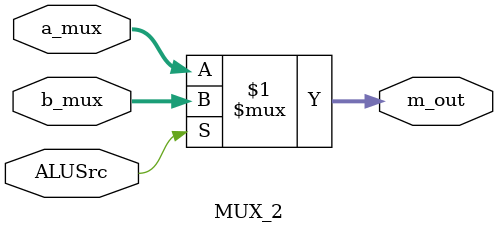
<source format=v>
`timescale 1ns / 1ps
module MUX_2(
    input [31:0] a_mux,
    input [31:0] b_mux,
    input ALUSrc,
    output [31:0] m_out
);
assign m_out = ALUSrc ? b_mux : a_mux ;
endmodule 

</source>
